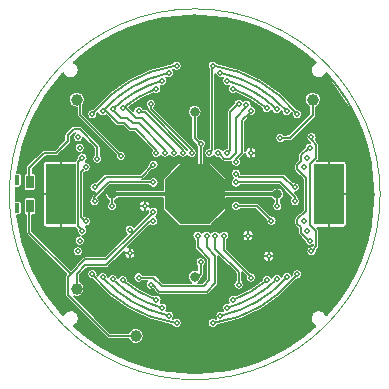
<source format=gbr>
G04 GENERATED BY PULSONIX 8.5 GERBER.DLL 5900*
G04 #@! TF.Part,Single*
%FSLAX35Y35*%
%LPD*%
%MOIN*%
G04 #@! TF.FileFunction,Copper,L2,Bot*
G04 #@! TA.AperFunction,Profile*
%ADD10C,0.00001*%
G04 #@! TA.AperFunction,OtherCopper*
%ADD11C,0.00600*%
G04 #@! TA.AperFunction,ViaPad*
%ADD13C,0.02000X0.01000*%
G04 #@! TA.AperFunction,Conductor*
%ADD17C,0.00500*%
%ADD18C,0.00787*%
%ADD70C,0.01181*%
G04 #@! TA.AperFunction,WasherPad*
%ADD122C,0.00001*%
G04 #@! TA.AperFunction,OtherCopper*
%ADD191C,0.00500*%
G04 #@! TA.AperFunction,SMDPad*
%ADD230R,0.02559X0.04488*%
%ADD231R,0.01575X0.03346*%
%ADD232C,0.03937*%
%ADD233R,0.09843X0.20079*%
%AMT234*0 Chamfered Rectangle pad*4,1,8,0.04921,0.09843,-0.04921,0.09843,-0.09843,0.04921,-0.09843,-0.04921,-0.04921,-0.09843,0.04921,-0.09843,0.09843,-0.04921,0.09843,0.04921,0.04921,0.09843,0*%
%ADD234T234*%
%ADD235C,0.03150*%
G04 #@! TA.AperFunction,ComponentPad*
%ADD330C,0.02000X0.01000*%
X0Y0D02*
D02*
D10*
X61811Y123622D02*
G75*
G03Y0J-61811D01*
G01*
G75*
G03Y123622J61811*
G01*
D02*
D11*
X12505Y61811D02*
X11167D01*
X17126Y52072D02*
Y50734D01*
Y71550D02*
Y72888D01*
X39204Y42126D02*
X38120D01*
X40157Y41172D02*
Y40089D01*
Y43080D02*
Y44163D01*
X41111Y42126D02*
X42195D01*
X44125Y57874D02*
X43041D01*
X45079Y56920D02*
Y55837D01*
Y58828D02*
Y59911D01*
X46033Y57874D02*
X47116D01*
X78574Y48032D02*
X77491D01*
X79528Y47078D02*
Y45995D01*
Y48986D02*
Y50069D01*
X80482Y48032D02*
X81566D01*
X80512Y74637D02*
Y73553D01*
Y76544D02*
Y77628D01*
X81466Y75591D02*
X82549D01*
X85463Y41142D02*
X84380D01*
X86417Y40188D02*
Y39104D01*
Y42096D02*
Y43179D01*
X87371Y41142D02*
X88455D01*
X106496Y52072D02*
Y50734D01*
Y71550D02*
Y72888D01*
X111117Y61811D02*
X112455D01*
D02*
D13*
X22887Y42826D03*
Y80796D03*
X23483Y46325D03*
Y77297D03*
X24368Y49645D03*
Y73977D03*
X25520Y52763D03*
Y70859D03*
X27685Y35149D03*
Y88474D03*
X28428Y59477D03*
Y64145D03*
X29331Y73622D03*
X31090Y34150D03*
Y89472D03*
X34252Y57874D03*
X34462Y33491D03*
Y90131D03*
X37205Y74606D03*
X37770Y33160D03*
Y90462D03*
X40157Y42126D03*
Y50000D03*
X43098Y34068D03*
Y89554D03*
X45079Y57874D03*
X47141Y31733D03*
Y91889D03*
X48031Y52953D03*
Y55906D03*
Y65748D03*
Y71654D03*
X49016Y75591D03*
X49019Y26665D03*
Y96957D03*
X50959Y23966D03*
Y99656D03*
X51969Y75591D03*
X53216Y21376D03*
Y102246D03*
X54921Y75591D03*
X55784Y18925D03*
Y104697D03*
X57874Y75591D03*
X60827D03*
X62795Y48031D03*
X63780Y39173D03*
Y78543D03*
X65748Y48031D03*
X66732Y75591D03*
X67838Y18925D03*
Y104697D03*
X68701Y48031D03*
X69685Y75591D03*
X70406Y21376D03*
Y102246D03*
X71654Y48031D03*
X72638Y75591D03*
X72663Y23966D03*
Y99656D03*
X74603Y26665D03*
Y96957D03*
X75591Y57874D03*
Y65748D03*
Y68701D03*
Y72638D03*
X76481Y31733D03*
Y91889D03*
X79035Y91645D03*
X79528Y48032D03*
X80512Y75591D03*
X80524Y34068D03*
Y89554D03*
X85852Y33160D03*
Y90462D03*
X86417Y41142D03*
X87402Y53030D03*
X89160Y33491D03*
Y90131D03*
X89370Y57874D03*
X90354Y80512D03*
X92532Y34150D03*
Y89472D03*
X95194Y59477D03*
Y64145D03*
X95937Y35149D03*
Y88474D03*
X98102Y52763D03*
Y70859D03*
X99254Y49645D03*
Y73977D03*
X100139Y46325D03*
Y77297D03*
X100735Y42826D03*
Y80796D03*
D02*
D17*
X20472Y35236D02*
X19488Y34252D01*
Y28346*
X33268Y14567*
X42125*
X20472Y35236D02*
X6693Y49016D01*
Y56890*
X6870Y57756*
X22440Y30315D02*
X22441Y30316D01*
X22442*
X22441Y30315*
Y35236*
X25394Y38189*
X32283*
X47047Y52953*
X47281*
X23838Y50175D02*
X22835Y51178D01*
X22876Y72483*
X23839Y73445*
X25023Y70298D02*
X24016Y69291D01*
Y54267*
X24990Y53293*
X28151Y89061D02*
G75*
G02X55042Y104586I33148J-26364D01*
G01*
X31597Y90025D02*
G75*
G02X52484Y102084I29590J-27133D01*
G01*
X31840Y89472D02*
X32182D01*
X36220Y85433*
X38189*
X40157Y83465*
X42126*
X49016Y76575*
Y76341*
X34999Y89607D02*
X37205Y87402D01*
X39173*
X41142Y85433*
X43110*
X51969Y76575*
Y76341*
X35007Y90647D02*
G75*
G02X50240Y99442I25998J-27439D01*
G01*
X36674Y75137D02*
X23622Y88189D01*
Y92126*
X22441Y93307*
X22440*
X38349Y32683D02*
G75*
G03X48317Y26929I22315J27146D01*
G01*
X38349Y90939D02*
G75*
G02X48317Y96693I22315J-27146D01*
G01*
X41142Y49016D02*
X32283Y40157D01*
X25394*
X20472Y35236*
X41142Y49016D02*
X40688Y49470D01*
X41142Y49016D02*
X47501Y55375D01*
X43848Y34068D02*
X48031D01*
X50800Y31299*
X64764*
X66732Y33268*
Y40157*
X62795Y44094*
Y47281*
X47141Y91139D02*
Y90260D01*
X60827Y76575*
Y76341*
X47281Y65748D02*
X33268D01*
X28346Y60827*
Y60222*
X47501Y71123D02*
X44094Y67717D01*
X32283*
X29081Y64514*
X47848Y31483D02*
X50000Y29331D01*
X65748*
X68701Y32283*
Y41142*
X65748Y44094*
Y47281*
X50240Y24180D02*
G75*
G02X35007Y32975I10765J36234D01*
G01*
X52484Y21538D02*
G75*
G02X31597Y33597I8703J39192D01*
G01*
X54921Y76341D02*
Y76575D01*
X44094Y87402*
X42126*
X39065Y90462*
X38520*
X55042Y19036D02*
G75*
G02X28151Y34562I6258J41890D01*
G01*
X57874Y76341D02*
Y76575D01*
X45079Y89370*
X43825*
X67717Y103957D02*
Y76575D01*
X67263Y76121*
X68580Y104586D02*
G75*
G02X95471Y89061I-6257J-41889D01*
G01*
X68701Y47281D02*
Y43701D01*
X76575Y35827*
Y32477*
X71138Y102084D02*
G75*
G02X92025Y90025I-8703J-39192D01*
G01*
X71654Y47281D02*
Y43110D01*
X80087Y34677*
X75305Y26929D02*
G75*
G03X85273Y32683I-12347J32900D01*
G01*
X75809Y91557D02*
X73622Y89370D01*
Y76575*
X73168Y76121*
X76341Y65748D02*
X90354D01*
X95194Y60908*
Y60227*
X79035Y90895D02*
Y90846D01*
X75591Y87402*
Y75591*
X74606Y74606*
X74609Y74604*
X73717Y73712*
X71595*
X70231Y75076*
X80087Y88945D02*
X77559Y86417D01*
Y75591*
X75591Y73622*
Y73388*
X85273Y90939D02*
G75*
G03X75305Y96693I-22315J-27146D01*
G01*
X86834Y53520D02*
X82480Y57874D01*
X76341*
X88615Y32975D02*
G75*
G02X73382Y24180I-25998J27439D01*
G01*
X88615Y90647D02*
G75*
G03X73382Y99442I-25998J-27439D01*
G01*
X92025Y33597D02*
G75*
G02X71138Y21538I-29590J27133D01*
G01*
X94541Y64514D02*
X91339Y67717D01*
X76575*
X76121Y68170*
X95471Y34562D02*
G75*
G02X68580Y19036I-33149J26364D01*
G01*
X99448Y77007D02*
X97244Y74803D01*
Y72835*
X96063Y71654*
Y70079*
X98819Y67323*
Y56299*
X96063Y53543*
Y51969*
X97244Y50787*
Y48819*
X99448Y46615*
X101248Y43374D02*
X102362Y44488D01*
Y49606*
X100394Y51575*
Y72047*
X102362Y74016*
Y78346*
X100787Y79921*
X100780Y80047*
D02*
D18*
X29331Y74516D02*
Y77559D01*
X23425Y83465*
X21457*
X19488Y81496*
Y79528*
X15551Y75591*
X11614*
X6693Y70669*
Y66043*
X6870Y65866*
X34252Y58768D02*
Y61811D01*
X61811Y34252D02*
X62795D01*
X63780Y35236*
Y38280*
X61811Y61811D02*
X63780Y63780D01*
Y77650*
X63148Y79175D02*
X61811Y80512D01*
Y89370*
X89370Y61811D02*
Y58768D01*
X101180Y93307D02*
Y88188D01*
X93701Y80709*
X91246Y80564*
D02*
D70*
X61811Y61811D02*
X34252D01*
X61811D02*
X89370D01*
D02*
D122*
X20472Y20472D03*
Y103150D03*
X103150Y20472D03*
Y103150D03*
D02*
D191*
X105722Y21445D02*
G75*
G03Y102177I-43911J40366D01*
G01*
G75*
G02X100400Y103150I-2572J973*
G01*
G75*
G02X102177Y105722I2749*
G01*
G75*
G03X21445I-40366J-43911*
G01*
G75*
G02X23222Y103150I-972J-2572*
G01*
G75*
G02X17900Y102177I-2750*
G01*
G75*
G03X2583Y68860I43911J-40367*
G01*
X3346*
G75*
G02X4096Y68110J-750*
G01*
Y64764*
G75*
G02X3346Y64014I-750*
G01*
X2206*
G75*
G03Y59608I59612J-2203*
G01*
X3346*
G75*
G02X4096Y58858J-750*
G01*
Y55512*
G75*
G02X3346Y54762I-750*
G01*
X2583*
G75*
G03X17900Y21445I59228J7050*
G01*
G75*
G02X23222Y20472I2572J-973*
G01*
G75*
G02X21445Y17900I-2749*
G01*
G75*
G03X102177I40366J43911*
G01*
G75*
G02X100400Y20472I972J2572*
G01*
G75*
G02X105722Y21445I2750*
G01*
X95832Y90220D02*
G75*
G02X97687Y88474I106J-1746D01*
G01*
G75*
G02X94187I-1750*
G01*
G75*
G02X94252Y88943I1748J-3*
G01*
G75*
G03X94214Y88989I-32776J-27037*
G01*
G75*
G02X90782Y89472I-1682J483*
G01*
G75*
G02Y89474I1644J1*
G01*
G75*
G02X87451Y89752I-1622J658*
G01*
G75*
G02X84105Y90567I-1599J711*
G01*
G75*
G03X75567Y95496I-22291J-28753*
G01*
G75*
G02X73188Y97987I-964J1461*
G01*
G75*
G02X71283Y100732I-525J1669*
G01*
G75*
G02X68717Y101789I-877J1514*
G01*
Y77048*
G75*
G02X71161Y76530I968J-1457*
G01*
G75*
G02X72622Y77340I1476J-940*
G01*
Y89363*
G75*
G02X72622Y89368I311J3*
G01*
G75*
G02Y89370I370J1*
G01*
G75*
G02X72915Y90077I1000*
G01*
X74731Y91893*
G75*
G02X77871Y92951I1750J-4*
G01*
G75*
G02X80749Y91290I1164J-1307*
G01*
G75*
G02X80367Y87811I-225J-1736*
G01*
X78559Y86003*
Y76172*
G75*
G02X82549Y75591I1953J-581*
G01*
Y75590*
G75*
G02X78502Y75257I-2037*
G01*
G75*
G02X78261Y74878I-943J333*
G01*
X77024Y73641*
G75*
G02X77341Y72638I-1432J-1004*
G01*
G75*
G02X73841I-1750*
G01*
G75*
G02X73842Y72720I1747J20*
G01*
G75*
G02X73709Y72712I-126J990*
G01*
X71595*
G75*
G02X70882Y73010I-1J1001*
G01*
X70020Y73873*
G75*
G02X68209Y74651I-335J1718*
G01*
G75*
G02X64982Y75591I-1477J940*
G01*
G75*
G02X66717Y77340I1750J-1*
G01*
Y103353*
G75*
G02X66088Y104697I1122J1344*
G01*
G75*
G02X69404Y105479I1750*
G01*
G75*
G02X95832Y90220I-7594J-43667*
G01*
X98461Y93307D02*
G75*
G02X103898I2719D01*
G01*
G75*
G02X102324Y90841I-2718J-1*
G01*
Y88188*
G75*
G02X101983Y87374I-1144J1*
G01*
X94515Y79906*
G75*
G02X93768Y79567I-815J802*
G01*
X91744Y79448*
G75*
G02X88604Y80512I-1390J1064*
G01*
G75*
G02X91609Y81731I1750*
G01*
X93200Y81825*
X100036Y88661*
Y90841*
G75*
G02X98461Y93307I1143J2466*
G01*
X111417Y72888D02*
G75*
G02X112455Y71850J-1038D01*
G01*
Y51772*
G75*
G02X111417Y50734I-1038*
G01*
X102648*
X103064Y50319*
G75*
G02X103362Y49606I-702J-712*
G01*
Y44496*
G75*
G02X103362Y44490I-373J-3*
G01*
G75*
G02Y44488I-370J-1*
G01*
G75*
G02X103069Y43781I-1000*
G01*
X102452Y43164*
G75*
G02X102485Y42826I-1719J-338*
G01*
G75*
G02X98985I-1750*
G01*
G75*
G02X101014Y44554I1750*
G01*
X101362Y44902*
Y45073*
G75*
G02X98391Y46258I-1222J1252*
G01*
X96537Y48112*
G75*
G02X96244Y48819I707J707*
G01*
G75*
G02Y48821I370J1*
G01*
G75*
G02X96244Y48826I311J3*
G01*
Y50373*
X95356Y51261*
G75*
G02X95063Y51969I708J708*
G01*
G75*
G02Y51970I185J1*
G01*
G75*
G02X95063Y51976I373J3*
G01*
Y53536*
G75*
G02X95063Y53541I311J3*
G01*
G75*
G02Y53543I370J1*
G01*
G75*
G02X95356Y54250I1000*
G01*
X97819Y56713*
Y66909*
X95356Y69372*
G75*
G02X95063Y70079I707J707*
G01*
G75*
G02Y70081I370J1*
G01*
G75*
G02X95063Y70086I311J3*
G01*
Y71646*
G75*
G02X95063Y71652I373J3*
G01*
G75*
G02Y71654I370J1*
G01*
G75*
G02X95356Y72361I1000*
G01*
X96244Y73249*
Y74796*
G75*
G02X96244Y74801I311J3*
G01*
G75*
G02Y74803I370J1*
G01*
G75*
G02X96537Y75510I1000*
G01*
X98391Y77364*
G75*
G02X100251Y79043I1748J-67*
G01*
X100147Y79147*
G75*
G02X98985Y80796I589J1649*
G01*
G75*
G02X102485I1750*
G01*
G75*
G02X102233Y79890I-1751J-1*
G01*
X103064Y79059*
G75*
G02X103362Y78347I-701J-712*
G01*
Y74016*
G75*
G02X103064Y73303I-1001J-1*
G01*
X102648Y72888*
X111417*
X94658Y65811D02*
G75*
G02X96944Y64145I536J-1666D01*
G01*
G75*
G02X95120Y62397I-1750*
G01*
X95896Y61621*
G75*
G02X96194Y60913I-702J-712*
G01*
G75*
G02X96944Y59477I-1000J-1436*
G01*
G75*
G02X93444I-1750*
G01*
G75*
G02X93965Y60723I1750*
G01*
X89940Y64748*
X77027*
G75*
G02X73841Y65748I-1436J1000*
G01*
G75*
G02X74651Y67224I1749*
G01*
G75*
G02X73841Y68701I940J1476*
G01*
G75*
G02X77340Y68717I1750*
G01*
X91331*
G75*
G02X92046Y68424I8J-1001*
G01*
X94658Y65811*
X94187Y35149D02*
G75*
G02X97687I1750D01*
G01*
G75*
G02X95832Y33402I-1750*
G01*
G75*
G02X69404Y18143I-34022J28408*
G01*
G75*
G02X66088Y18925I-1566J782*
G01*
G75*
G02X69088Y20150I1750*
G01*
G75*
G03X69146Y20161I-7803J41302*
G01*
G75*
G02X71283Y22890I1260J1215*
G01*
G75*
G02X73188Y25635I1380J1076*
G01*
G75*
G02X75567Y28126I1415J1030*
G01*
G75*
G03X84105Y33055I-13753J33682*
G01*
G75*
G02X87451Y33870I1747J104*
G01*
G75*
G02X90782Y34148I1709J-380*
G01*
G75*
G02Y34150I1644J1*
G01*
G75*
G02X94214Y34633I1750*
G01*
G75*
G03X94252Y34679I-32738J27083*
G01*
G75*
G02X94187Y35149I1686J473*
G01*
X61658Y77130D02*
G75*
G02X62577Y75591I-831J-1540D01*
G01*
G75*
G02X59350Y74651I-1750*
G01*
G75*
G02X56398I-1476J939*
G01*
G75*
G02X53445I-1476J940*
G01*
G75*
G02X50492I-1476J940*
G01*
G75*
G02X47266Y75591I-1476J940*
G01*
G75*
G02X47582Y76594I1749*
G01*
X41712Y82465*
X40157*
G75*
G02X39445Y82763J1000*
G01*
X37775Y84433*
X36228*
G75*
G02X35513Y84726I-8J1001*
G01*
X32156Y88084*
G75*
G02X29408Y88989I-1066J1388*
G01*
G75*
G03X29370Y88943I32738J-27083*
G01*
G75*
G02X29435Y88474I-1683J-472*
G01*
G75*
G02X25935I-1750*
G01*
G75*
G02X27790Y90220I1749*
G01*
G75*
G02X54218Y105479I34022J-28408*
G01*
G75*
G02X57534Y104697I1566J-782*
G01*
G75*
G02X54534Y103472I-1750*
G01*
G75*
G03X54476Y103461I7803J-41302*
G01*
G75*
G02X52339Y100732I-1260J-1215*
G01*
G75*
G02X50434Y97987I-1380J-1076*
G01*
G75*
G02X48055Y95496I-1415J-1030*
G01*
G75*
G03X40004Y90938I13754J-33683*
G01*
X41348Y89593*
G75*
G02X44646Y90370I1750J-39*
G01*
X45071*
G75*
G02X45786Y90077I8J-1001*
G01*
X58581Y77282*
G75*
G02X58706Y77130I-709J-711*
G01*
G75*
G02X59350Y76530I-831J-1538*
G01*
G75*
G02X59393Y76594I1476J-945*
G01*
X46434Y89553*
G75*
G02X46141Y90260I707J707*
G01*
G75*
G02Y90262I370J1*
G01*
G75*
G02X46141Y90268I373J3*
G01*
Y90453*
G75*
G02X45391Y91889I1000J1436*
G01*
G75*
G02X48891I1750*
G01*
G75*
G02X48267Y90549I-1750*
G01*
X61534Y77282*
G75*
G02X61658Y77130I-710J-706*
G01*
X46281Y71654D02*
G75*
G02X49781I1750D01*
G01*
G75*
G02X47723Y69931I-1750*
G01*
X44802Y67009*
G75*
G02X44344Y66748I-706J707*
G01*
X46595*
G75*
G02X49781Y65748I1436J-1000*
G01*
G75*
G02X46595Y64748I-1750*
G01*
X33682*
X29657Y60723*
G75*
G02X30178Y59477I-1229J-1246*
G01*
G75*
G02X26678I-1750*
G01*
G75*
G02X27347Y60853I1750*
G01*
G75*
G02X27645Y61539I999J-26*
G01*
X28502Y62397*
G75*
G02X26678Y64145I-74J1748*
G01*
G75*
G02X28964Y65811I1750*
G01*
X31576Y68424*
G75*
G02X32291Y68717I707J-708*
G01*
X43680*
X46309Y71345*
G75*
G02X46281Y71654I1726J312*
G01*
X87471Y63152D02*
G75*
G02X91695Y61811I1899J-1341D01*
G01*
G75*
G02X90514Y59787I-2325*
G01*
Y59199*
G75*
G02X91120Y57874I-1144J-1324*
G01*
G75*
G02X87620I-1750*
G01*
G75*
G02X88226Y59199I1750J1*
G01*
Y59787*
G75*
G02X87471Y60470I1143J2022*
G01*
X72404*
Y56890*
G75*
G02X72180Y56355I-751*
G01*
X67267Y51442*
G75*
G02X66732Y51219I-534J527*
G01*
X56890*
G75*
G02X56355Y51442I-1J750*
G01*
X51442Y56355*
G75*
G02X51219Y56890I527J534*
G01*
Y60470*
X36151*
G75*
G02X35396Y59787I-1898J1339*
G01*
Y59199*
G75*
G02X36002Y57874I-1144J-1324*
G01*
G75*
G02X32502I-1750*
G01*
G75*
G02X33108Y59199I1750J1*
G01*
Y59787*
G75*
G02X31927Y61811I1144J2024*
G01*
G75*
G02X36151Y63152I2325*
G01*
X51219*
Y66732*
G75*
G02X51442Y67267I750J1*
G01*
X56355Y72180*
G75*
G02X56890Y72404I535J-527*
G01*
X62636*
Y77219*
G75*
G02X62034Y78671I1143J1325*
G01*
X61008Y79698*
G75*
G02X60667Y80512I803J815*
G01*
Y87346*
G75*
G02X59486Y89370I1144J2024*
G01*
G75*
G02X64136I2325*
G01*
G75*
G02X62955Y87346I-2325*
G01*
Y80986*
X63652Y80289*
G75*
G02X64923Y77219I128J-1745*
G01*
Y72404*
X66732*
G75*
G02X67267Y72180J-751*
G01*
X72180Y67267*
G75*
G02X72404Y66732I-527J-535*
G01*
Y63152*
X87471*
X87028Y54740D02*
G75*
G02X89152Y53030I373J-1710D01*
G01*
G75*
G02X85652I-1750*
G01*
G75*
G02X85668Y53272I1753J6*
G01*
X82066Y56874*
X77027*
G75*
G02X73841Y57874I-1436J1000*
G01*
G75*
G02X77027Y58874I1750*
G01*
X82480*
G75*
G02X83193Y58576I1J-1001*
G01*
X87028Y54740*
X84380Y41142D02*
G75*
G02X88455Y41142I2038D01*
G01*
Y41142*
G75*
G02X84380Y41142I-2037*
G01*
Y41142*
X77491Y48032D02*
G75*
G02X81566Y48032I2038D01*
G01*
Y48032*
G75*
G02X77491Y48032I-2037*
G01*
Y48032*
X80388Y35812D02*
G75*
G02X82274Y34068I136J-1744D01*
G01*
G75*
G02X78774I-1750*
G01*
G75*
G02X78828Y34499I1748*
G01*
X77575Y35753*
Y33099*
G75*
G02X78231Y31733I-1094J-1366*
G01*
G75*
G02X74731I-1750*
G01*
G75*
G02X75575Y33230I1750*
G01*
Y35413*
X69688Y41299*
G75*
G02X69701Y41142I-985J-161*
G01*
G75*
G02Y41140I-370J-1*
G01*
G75*
G02X69701Y41134I-373J-3*
G01*
Y32291*
G75*
G02X69701Y32285I-373J-3*
G01*
G75*
G02Y32283I-370J-1*
G01*
G75*
G02X69408Y31576I-1000*
G01*
X66455Y28624*
G75*
G02X65741Y28331I-707J706*
G01*
X50000*
G75*
G02X49288Y28629J1000*
G01*
X47803Y30113*
G75*
G02X46009Y33068I-662J1620*
G01*
X44534*
G75*
G02X41348Y34068I-1436J1000*
G01*
G75*
G02X44534Y35068I1750*
G01*
X48031*
G75*
G02X48744Y34769I-1J-1001*
G01*
X51214Y32299*
X60549*
G75*
G02X62636Y36426I1262J1953*
G01*
Y37849*
G75*
G02X62030Y39173I1143J1324*
G01*
G75*
G02X65530I1750*
G01*
G75*
G02X64923Y37849I-1750J1*
G01*
Y35245*
G75*
G02X64923Y35238I-495J-3*
G01*
G75*
G02Y35236I-424J-1*
G01*
G75*
G02X64588Y34427I-1144*
G01*
X64117Y33956*
G75*
G02X63073Y32299I-2306J295*
G01*
X64350*
X65732Y33682*
Y39743*
X62088Y43387*
G75*
G02X61795Y44094I707J707*
G01*
G75*
G02Y44096I370J1*
G01*
G75*
G02X61795Y44102I373J3*
G01*
Y46595*
G75*
G02X61045Y48031I1000J1436*
G01*
G75*
G02X64272Y48971I1750*
G01*
G75*
G02X67224Y48971I1476J-939*
G01*
G75*
G02X70177I1477J-940*
G01*
G75*
G02X73404Y48031I1477J-940*
G01*
G75*
G02X72669Y46606I-1750J1*
G01*
Y43531*
X80388Y35812*
X47049Y57353D02*
G75*
G02X49781Y55906I983J-1447D01*
G01*
G75*
G02X48971Y54429I-1750J-1*
G01*
G75*
G02X49781Y52953I-939J-1476*
G01*
G75*
G02X47028Y51519I-1750*
G01*
X39592Y44083*
G75*
G02X42195Y42126I566J-1957*
G01*
Y42126*
G75*
G02X38120Y42126I-2037*
G01*
Y42126*
G75*
G02X38200Y42691I2037*
G01*
X32991Y37482*
G75*
G02X32276Y37189I-707J708*
G01*
X25808*
X23441Y34822*
Y32842*
G75*
G02X21476Y27773I-1001J-2527*
G01*
X33682Y15567*
X39597*
G75*
G02X44843Y14567I2528J-1000*
G01*
G75*
G02X39597Y13567I-2718*
G01*
X33275*
G75*
G02X32561Y13860I-7J999*
G01*
X18781Y27639*
G75*
G02X18488Y28346I707J707*
G01*
G75*
G02Y28348I370J1*
G01*
G75*
G02X18488Y28354I373J3*
G01*
Y34245*
G75*
G02X18488Y34250I311J3*
G01*
G75*
G02Y34252I370J1*
G01*
G75*
G02X18781Y34959I1000*
G01*
X19058Y35236*
X5986Y48309*
G75*
G02X5693Y49016I707J707*
G01*
G75*
G02Y49018I370J1*
G01*
G75*
G02X5693Y49023I311J3*
G01*
Y54762*
X5591*
G75*
G02X4841Y55512J750*
G01*
Y60000*
G75*
G02X5591Y60750I750*
G01*
X8150*
G75*
G02X8900Y60000J-750*
G01*
Y55512*
G75*
G02X8150Y54762I-750*
G01*
X7693*
Y49430*
X20472Y36650*
X24681Y40859*
G75*
G02X25394Y41157I712J-702*
G01*
X31869*
X39229Y48517*
G75*
G02X38407Y50000I928J1484*
G01*
G75*
G02X41641Y50929I1750*
G01*
X46309Y55597*
G75*
G02X46317Y56256I1723J309*
G01*
G75*
G02X43041Y57874I-1238J1618*
G01*
Y57874*
G75*
G02X47116Y57874I2038*
G01*
Y57874*
G75*
G02X47049Y57353I-2039J-3*
G01*
X54534Y20150D02*
G75*
G02X57534Y18925I1250J-1225D01*
G01*
G75*
G02X54218Y18143I-1750*
G01*
G75*
G02X27790Y33402I7594J43667*
G01*
G75*
G02X25935Y35149I-105J1747*
G01*
G75*
G02X29435I1750*
G01*
G75*
G02X29370Y34679I-1751J3*
G01*
G75*
G03X29408Y34633I32776J27037*
G01*
G75*
G02X32840Y34150I1682J-483*
G01*
G75*
G02Y34148I-1644J-1*
G01*
G75*
G02X36171Y33870I1622J-658*
G01*
G75*
G02X39517Y33055I1599J-711*
G01*
G75*
G03X48055Y28126I22291J28753*
G01*
G75*
G02X50434Y25635I964J-1461*
G01*
G75*
G02X52339Y22890I525J-1669*
G01*
G75*
G02X54476Y20161I877J-1514*
G01*
G75*
G03X54534Y20150I7861J41291*
G01*
X30474Y74947D02*
G75*
G02X31081Y73622I-1144J-1326D01*
G01*
G75*
G02X27581I-1750*
G01*
G75*
G02X28187Y74947I1750J1*
G01*
Y77085*
X24630Y80642*
G75*
G02X21137Y80796I-1743J154*
G01*
G75*
G02X22029Y82321I1750*
G01*
X21930*
X20632Y81022*
Y79536*
G75*
G02X20632Y79530I-424J-3*
G01*
G75*
G02Y79528I-424J-1*
G01*
G75*
G02X20297Y78719I-1144*
G01*
X16360Y74782*
G75*
G02X15543Y74447I-809J809*
G01*
X12088*
X7837Y70196*
Y68860*
X8150*
G75*
G02X8900Y68110J-750*
G01*
Y63622*
G75*
G02X8150Y62872I-750*
G01*
X5591*
G75*
G02X4841Y63622J750*
G01*
Y68110*
G75*
G02X5549Y68859I750*
G01*
Y70669*
G75*
G02X5890Y71483I1144J-1*
G01*
X10800Y76394*
G75*
G02X11614Y76734I814J-803*
G01*
X15077*
X18344Y80001*
Y81496*
G75*
G02X18685Y82310I1144J-1*
G01*
X20643Y84268*
G75*
G02X21457Y84608I814J-803*
G01*
X23425*
G75*
G02X24239Y84268J-1143*
G01*
X30134Y78373*
G75*
G02X30474Y77559I-803J-814*
G01*
Y74947*
X25458Y72608D02*
G75*
G02X27270Y70859I62J-1749D01*
G01*
G75*
G02X25286Y69125I-1750*
G01*
X25031Y68871*
Y54688*
X25231Y54489*
G75*
G02X27270Y52763I289J-1726*
G01*
G75*
G02X25458Y51014I-1750*
G01*
G75*
G02X24248Y47899I-1090J-1369*
G01*
G75*
G02X25233Y46325I-765J-1574*
G01*
G75*
G02X21733I-1750*
G01*
G75*
G02X23603Y48071I1750*
G01*
G75*
G02X22645Y49953I765J1574*
G01*
X22133Y50466*
G75*
G02X21939Y50734I700J711*
G01*
X12205*
G75*
G02X11167Y51772J1038*
G01*
Y71850*
G75*
G02X12205Y72888I1038*
G01*
X21962*
G75*
G02X22175Y73195I913J-406*
G01*
X22646Y73666*
G75*
G02X23603Y75551I1722J311*
G01*
G75*
G02X21733Y77297I-120J1746*
G01*
G75*
G02X25233I1750*
G01*
G75*
G02X24248Y75723I-1750*
G01*
G75*
G02X25458Y72608I120J-1746*
G01*
X21137Y42826D02*
G75*
G02X24637I1750D01*
G01*
G75*
G02X21137I-1750*
G01*
X36915Y76332D02*
G75*
G02X38955Y74606I290J-1726D01*
G01*
G75*
G02X35455I-1750*
G01*
G75*
G02X35479Y74896I1753J1*
G01*
X22908Y87466*
G75*
G02X22606Y88189I714J723*
G01*
Y90594*
G75*
G02X19721Y93307I-167J2713*
G01*
G75*
G02X25158I2719*
G01*
G75*
G02X24638Y91708I-2718*
G01*
Y88610*
X36915Y76332*
X110271Y27037D02*
G36*
X89293D01*
G75*
G02X69404Y18143I-27483J34772*
G01*
G75*
G02X66088Y18925I-1566J782*
G01*
G75*
G02X69088Y20150I1750*
G01*
G75*
G03X69146Y20161I-4184J22218*
G01*
G75*
G02X68656Y21376I1260J1214*
G01*
G75*
G02X71283Y22890I1750*
G01*
G75*
G02X70913Y23966I1381J1076*
G01*
G75*
G02X73188Y25635I1750*
G01*
G75*
G02X72853Y26665I1416J1030*
G01*
G75*
G02X72893Y27037I1751*
G01*
X50729*
G75*
G02X50769Y26665I-1710J-372*
G01*
G75*
G02X50434Y25635I-1751*
G01*
G75*
G02X52709Y23966I525J-1669*
G01*
G75*
G02X52339Y22890I-1751*
G01*
G75*
G02X54966Y21376I877J-1514*
G01*
G75*
G02X54476Y20161I-1750J-1*
G01*
G75*
G03X54534Y20150I4242J22207*
G01*
G75*
G02X57534Y18925I1250J-1225*
G01*
G75*
G02X54218Y18143I-1750*
G01*
G75*
G02X34329Y27037I7594J43666*
G01*
X22212*
X33682Y15567*
X39597*
G75*
G02X44843Y14567I2528J-1000*
G01*
G75*
G02X39597Y13567I-2718*
G01*
X33275*
G75*
G02X32561Y13860I-7J999*
G01*
X19383Y27037*
X13351*
G75*
G03X17900Y21445I48459J34774*
G01*
G75*
G02X23222Y20472I2572J-973*
G01*
G75*
G02X21445Y17900I-2749*
G01*
G75*
G03X102177I40366J43911*
G01*
G75*
G02X100400Y20472I972J2572*
G01*
G75*
G02X105722Y21445I2750*
G01*
G75*
G03X110271Y27037I-43910J40366*
G01*
G37*
X19383D02*
G36*
X18781Y27639D01*
G75*
G02X18488Y28346I707J707*
G01*
Y28348*
G75*
G02Y28350I280J1*
G01*
G75*
G02X18488Y28354I187J2*
G01*
Y34245*
G75*
G02X18488Y34249I187J2*
G01*
G75*
G02Y34250I140J1*
G01*
Y34252*
G75*
G02X18781Y34959I1000*
G01*
X19058Y35236*
X13153Y41142*
X5861*
G75*
G03X13351Y27037I55951J20670*
G01*
X19383*
G37*
X25217Y41142D02*
G36*
X23360D01*
G75*
G02X22413I-473J1685*
G01*
X15981*
X20472Y36650*
X24681Y40859*
G75*
G02X25217Y41142I713J-702*
G01*
G37*
X117761D02*
G36*
X101209D01*
G75*
G02X100262I-473J1685*
G01*
X88455*
Y41142*
G75*
G02X84380Y41142I-2037*
G01*
X75059*
X80388Y35812*
G75*
G02X82274Y34068I136J-1744*
G01*
G75*
G02X78774I-1750*
G01*
G75*
G02X78828Y34499I1748*
G01*
X77575Y35753*
Y33099*
G75*
G02X78231Y31733I-1094J-1366*
G01*
G75*
G02X74731I-1750*
G01*
G75*
G02X75575Y33230I1750*
G01*
Y35413*
X69846Y41142*
X69701*
Y41140*
G75*
G02Y41139I-140*
G01*
G75*
G02X69701Y41134I-233J-2*
G01*
Y32291*
G75*
G02X69701Y32287I-187J-2*
G01*
G75*
G02Y32285I-280J-1*
G01*
Y32283*
G75*
G02X69408Y31576I-1000*
G01*
X66455Y28624*
G75*
G02X65741Y28331I-707J706*
G01*
X50000*
G75*
G02X49288Y28629J1000*
G01*
X47803Y30113*
G75*
G02X45391Y31733I-662J1620*
G01*
G75*
G02X46009Y33068I1751*
G01*
X44534*
G75*
G02X41348Y34068I-1436J1000*
G01*
G75*
G02X44534Y35068I1750*
G01*
X48031*
G75*
G02X48744Y34769I-1J-1001*
G01*
X51214Y32299*
X60549*
G75*
G02X59486Y34252I1262J1953*
G01*
G75*
G02X62636Y36426I2325*
G01*
Y37849*
G75*
G02X62030Y39173I1143J1324*
G01*
G75*
G02X65530Y39173I1750*
G01*
G75*
G02X64923Y37849I-1750J1*
G01*
Y35245*
G75*
G02X64923Y35240I-266J-2*
G01*
G75*
G02Y35238I-322J-1*
G01*
Y35236*
G75*
G02X64588Y34427I-1144*
G01*
X64117Y33956*
G75*
G02X63073Y32299I-2306J295*
G01*
X64350*
X65732Y33682*
Y39743*
X64334Y41142*
X41941*
G75*
G02X38374I-1783J984*
G01*
X36650*
X32991Y37482*
G75*
G02X32276Y37189I-707J708*
G01*
X25808*
X23441Y34822*
Y32842*
G75*
G02X25158Y30315I-1001J-2527*
G01*
G75*
G02X21476Y27773I-2718*
G01*
X22212Y27037*
X34329*
G75*
G02X27790Y33402I27483J34776*
G01*
G75*
G02X25935Y35149I-105J1747*
G01*
G75*
G02X29435I1750*
G01*
G75*
G02X29370Y34679I-1754J3*
G01*
X29408Y34633*
G75*
G02X32840Y34150I1682J-483*
G01*
Y34148*
G75*
G02X36171Y33870I1622J-658*
G01*
G75*
G02X39520Y33160I1599J-710*
G01*
G75*
G02X39517Y33055I-1760J-2*
G01*
G75*
G03X48055Y28126I22291J28753*
G01*
G75*
G02X50729Y27037I964J-1461*
G01*
X72893*
G75*
G02X75567Y28126I1710J-372*
G01*
G75*
G03X84105Y33055I-13753J33682*
G01*
G75*
G02X84102Y33160I1757J103*
G01*
G75*
G02X87451Y33870I1750*
G01*
G75*
G02X90782Y34148I1709J-380*
G01*
Y34150*
G75*
G02X94214Y34633I1750*
G01*
X94252Y34679*
G75*
G02X94187Y35148I1682J472*
G01*
G75*
G02Y35149I5340J1*
G01*
G75*
G02X97687I1750*
G01*
G75*
G02X95832Y33402I-1750*
G01*
G75*
G02X89293Y27037I-34022J28411*
G01*
X110271*
G75*
G03X117761Y41142I-48461J34775*
G01*
G37*
X13153D02*
G36*
X6262Y48032D01*
X3779*
G75*
G03X5861Y41142I58029J13776*
G01*
X13153*
G37*
X38744Y48032D02*
G36*
X25047D01*
G75*
G02X24248Y47899I-679J1613*
G01*
G75*
G02X25233Y46325I-765J-1574*
G01*
G75*
G02X21733Y46325I-1750*
G01*
G75*
G02X23096Y48032I1750*
G01*
X9091*
X15981Y41142*
X22413*
G75*
G02X21137Y42826I473J1684*
G01*
G75*
G02X24637I1750*
G01*
G75*
G02X23360Y41142I-1750J1*
G01*
X25217*
G75*
G02X25394Y41157I173J-985*
G01*
X31869*
X38744Y48032*
G37*
X38374Y41142D02*
G36*
G75*
G02X38120Y42126I1783J985D01*
G01*
Y42126*
G75*
G02X38200Y42691I2038*
G01*
X36650Y41142*
X38374*
G37*
X61045Y48032D02*
G36*
X43541D01*
X39592Y44083*
G75*
G02X42195Y42126I566J-1957*
G01*
Y42126*
G75*
G02X41941Y41142I-2037J1*
G01*
X64334*
X62088Y43387*
G75*
G02X61795Y44094I707J707*
G01*
Y44096*
G75*
G02Y44098I280J1*
G01*
G75*
G02X61795Y44102I187J2*
G01*
Y46595*
G75*
G02X61045Y48031I1000J1436*
G01*
G75*
G02Y48032I2964J1*
G01*
G37*
X69846Y41142D02*
G36*
X69688Y41299D01*
G75*
G02X69701Y41142I-985J-161*
G01*
X69846Y41142*
G37*
X96617Y48032D02*
G36*
X81566D01*
Y48032*
G75*
G02X77491Y48032I-2037*
G01*
X73404*
G75*
G02Y48031I-2964*
G01*
G75*
G02X72669Y46606I-1750J1*
G01*
Y43531*
X75059Y41142*
X84380*
Y41142*
G75*
G02X88455Y41142I2038*
G01*
X100262*
G75*
G02X98985Y42826I473J1685*
G01*
G75*
G02X101014Y44554I1750*
G01*
X101362Y44902*
Y45073*
G75*
G02X98391Y46258I-1222J1252*
G01*
X96617Y48032*
G37*
X119843D02*
G36*
X103362D01*
Y44496*
G75*
G02X103362Y44491I-233J-2*
G01*
G75*
G02Y44490I-140*
G01*
Y44488*
G75*
G02X103069Y43781I-1000*
G01*
X102452Y43164*
G75*
G02X102485Y42827I-1713J-338*
G01*
G75*
G02Y42826I-10087*
G01*
G75*
G02X101209Y41142I-1749*
G01*
X117761*
G75*
G03X119843Y48032I-55947J20666*
G01*
G37*
X6262D02*
G36*
X5986Y48309D01*
G75*
G02X5693Y49016I707J707*
G01*
Y49018*
G75*
G02Y49019I140J1*
G01*
G75*
G02X5693Y49023I187J2*
G01*
Y54762*
X5591*
G75*
G02X4843Y55452J750*
G01*
X4094*
G75*
G02X3346Y54762I-748J60*
G01*
X2583*
G75*
G03X3779Y48032I59231J7055*
G01*
X6262*
G37*
X23096D02*
G36*
G75*
G02X23603Y48071I386J-1708D01*
G01*
G75*
G02X22618Y49645I765J1574*
G01*
G75*
G02X22645Y49953I1747J2*
G01*
X22133Y50466*
G75*
G02X21939Y50734I700J711*
G01*
X12205*
G75*
G02X11167Y51772J1038*
G01*
Y55452*
X8897*
G75*
G02X8150Y54762I-747J60*
G01*
X7693*
Y49430*
X9091Y48032*
X23096*
G37*
X46164Y55452D02*
G36*
X25031D01*
Y54688*
X25231Y54489*
G75*
G02X27270Y52763I289J-1726*
G01*
G75*
G02X25458Y51014I-1750*
G01*
G75*
G02X26118Y49645I-1090J-1369*
G01*
G75*
G02X25047Y48032I-1750*
G01*
X38744*
X39229Y48517*
G75*
G02X38407Y50000I928J1484*
G01*
G75*
G02X41641Y50929I1750*
G01*
X46164Y55452*
G37*
X96558D02*
G36*
X86316D01*
X87028Y54740*
G75*
G02X89152Y53030I373J-1710*
G01*
G75*
G02X85652I-1750*
G01*
G75*
G02Y53031I3982J1*
G01*
G75*
G02X85668Y53272I1744J5*
G01*
X83488Y55452*
X71277*
X67267Y51442*
G75*
G02X66732Y51219I-534J527*
G01*
X56890*
G75*
G02X56355Y51442I-1J750*
G01*
X52345Y55452*
X49722*
G75*
G02X48971Y54429I-1690J454*
G01*
G75*
G02X49781Y52953I-940J-1476*
G01*
G75*
G02X47028Y51519I-1750*
G01*
X43541Y48032*
X61045*
G75*
G02X64272Y48971I1750J-1*
G01*
G75*
G02X67224Y48971I1476J-939*
G01*
G75*
G02X70177I1477J-940*
G01*
G75*
G02X73404Y48032I1477J-940*
G01*
X77491*
Y48032*
G75*
G02X81566Y48032I2038*
G01*
X96617*
X96537Y48112*
G75*
G02X96244Y48819I707J707*
G01*
Y48821*
G75*
G02Y48822I140J1*
G01*
G75*
G02X96244Y48826I187J2*
G01*
Y50373*
X95356Y51261*
G75*
G02X95063Y51969I708J708*
G01*
Y51970*
G75*
G02Y51972I280J1*
G01*
G75*
G02X95063Y51976I187J2*
G01*
Y53536*
G75*
G02X95063Y53540I187J2*
G01*
G75*
G02Y53541I140J1*
G01*
Y53543*
G75*
G02X95356Y54250I1000*
G01*
X96558Y55452*
G37*
X121117D02*
G36*
X112455D01*
Y51772*
G75*
G02X111417Y50734I-1038*
G01*
X102648*
X103064Y50319*
G75*
G02X103362Y49606I-702J-712*
G01*
Y48032*
X119843*
G75*
G03X121117Y55452I-58031J13783*
G01*
G37*
X11167Y61811D02*
G36*
X2165D01*
G75*
G03X2206Y59608I59681J9*
G01*
X3346*
G75*
G02X4096Y58858J-750*
G01*
Y55512*
G75*
G02X4094Y55452I-754J-5*
G01*
X4843*
G75*
G02X4841Y55512I752J55*
G01*
Y60000*
G75*
G02X5591Y60750I750*
G01*
X8150*
G75*
G02X8900Y60000J-750*
G01*
Y55512*
G75*
G02X8897Y55452I-755J8*
G01*
X11167*
Y61811*
G37*
X31927D02*
G36*
X30745D01*
X29657Y60723*
G75*
G02X30178Y59477I-1229J-1246*
G01*
G75*
G02X26678I-1750*
G01*
G75*
G02X27347Y60853I1750*
G01*
G75*
G02X27645Y61539I999J-26*
G01*
X27917Y61811*
X25031*
Y55452*
X46164*
X46309Y55597*
G75*
G02X46282Y55906I1727J307*
G01*
G75*
G02X46317Y56256I1748J2*
G01*
G75*
G02X43041Y57874I-1238J1618*
G01*
Y57874*
G75*
G02X47116Y57874I2038*
G01*
Y57874*
G75*
G02X47049Y57353I-2038J-3*
G01*
G75*
G02X49781Y55906I983J-1447*
G01*
G75*
G02X49722Y55452I-1752J-3*
G01*
X52345*
X51442Y56355*
G75*
G02X51219Y56890I527J534*
G01*
Y60470*
X36151*
G75*
G02X35396Y59787I-1897J1339*
G01*
Y59199*
G75*
G02X36002Y57874I-1144J-1324*
G01*
G75*
G02X32502Y57874I-1750*
G01*
G75*
G02X33108Y59199I1750*
G01*
Y59787*
G75*
G02X31927Y61811I1144J2024*
G01*
G37*
X97819D02*
G36*
X95706D01*
X95896Y61621*
G75*
G02X96194Y60913I-702J-712*
G01*
G75*
G02X96944Y59477I-1000J-1436*
G01*
G75*
G02X93444I-1750*
G01*
G75*
G02X93965Y60723I1750*
G01*
X92877Y61811*
X91695*
G75*
G02X90514Y59787I-2325*
G01*
Y59199*
G75*
G02X91120Y57874I-1144J-1324*
G01*
G75*
G02X87620Y57874I-1750*
G01*
G75*
G02X88226Y59199I1750*
G01*
Y59787*
G75*
G02X87471Y60470I1143J2023*
G01*
X72404*
Y56890*
G75*
G02X72180Y56355I-751*
G01*
X71277Y55452*
X83488*
X82066Y56874*
X77027*
G75*
G02X73841Y57874I-1436J1000*
G01*
G75*
G02X77027Y58874I1750*
G01*
X82480*
G75*
G02X83193Y58576I1J-1001*
G01*
X86316Y55452*
X96558*
X97819Y56713*
Y61811*
G37*
X112455D02*
G36*
Y55452D01*
X121117*
G75*
G03X121457Y61811I-59307J6360*
G01*
X112455*
G37*
X22634Y73740D02*
G36*
X11381D01*
X7837Y70196*
Y68860*
X8150*
G75*
G02X8900Y68110J-750*
G01*
Y63622*
G75*
G02X8150Y62872I-750*
G01*
X5591*
G75*
G02X4841Y63622J750*
G01*
Y68110*
G75*
G02X5549Y68859I750*
G01*
Y70669*
G75*
G02X5890Y71483I1144J-1*
G01*
X8146Y73740*
X3370*
G75*
G03X2583Y68860I58441J-11928*
G01*
X3346*
G75*
G02X4096Y68110J-750*
G01*
Y64764*
G75*
G02X3346Y64014I-750*
G01*
X2206*
G75*
G03X2165Y61811I59640J-2212*
G01*
X11167*
Y71850*
G75*
G02X12205Y72888I1038*
G01*
X21962*
G75*
G02X22175Y73195I914J-407*
G01*
X22646Y73666*
G75*
G02X22634Y73740I1722J317*
G01*
G37*
X31927Y61811D02*
G36*
G75*
G02X36151Y63152I2325D01*
G01*
X51219*
Y66732*
G75*
G02X51442Y67267I750J1*
G01*
X56355Y72180*
G75*
G02X56890Y72404I535J-527*
G01*
X62636*
Y73740*
X38725*
G75*
G02X35684I-1520J866*
G01*
X31077*
G75*
G02X31081Y73622I-1745J-118*
G01*
G75*
G02X27581Y73622I-1750*
G01*
G75*
G02X27585Y73740I1749*
G01*
X26102*
G75*
G02X25458Y72608I-1734J237*
G01*
G75*
G02X27270Y70859I62J-1749*
G01*
G75*
G02X25286Y69125I-1750*
G01*
X25031Y68871*
Y61811*
X27917*
X28502Y62397*
G75*
G02X26678Y64145I-74J1748*
G01*
G75*
G02X28964Y65811I1750*
G01*
X31576Y68424*
G75*
G02X32291Y68717I707J-708*
G01*
X43680*
X46309Y71345*
G75*
G02X46281Y71653I1717J311*
G01*
G75*
G02Y71654I6511J1*
G01*
G75*
G02X49781I1750*
G01*
G75*
G02X47723Y69931I-1750*
G01*
X44802Y67009*
G75*
G02X44344Y66748I-706J707*
G01*
X46595*
G75*
G02X49781Y65748I1436J-1000*
G01*
G75*
G02X46595Y64748I-1750*
G01*
X33682*
X30745Y61811*
X31927*
G37*
X97819D02*
G36*
Y66909D01*
X95356Y69372*
G75*
G02X95063Y70079I707J707*
G01*
Y70081*
G75*
G02Y70082I140J1*
G01*
G75*
G02X95063Y70086I187J2*
G01*
Y71646*
G75*
G02X95063Y71650I187J2*
G01*
G75*
G02Y71652I280J1*
G01*
Y71654*
G75*
G02X95356Y72361I1000*
G01*
X96244Y73249*
Y73740*
X81365*
G75*
G02X79659I-853J1851*
G01*
X77123*
X77024Y73641*
G75*
G02X77341Y72638I-1432J-1004*
G01*
G75*
G02X73841I-1750*
G01*
G75*
G02Y72639I2032J1*
G01*
G75*
G02X73842Y72720I1706J19*
G01*
G75*
G02X73709Y72712I-126J992*
G01*
X71595*
G75*
G02X70882Y73010I-1J1001*
G01*
X70152Y73740*
X64923*
Y72404*
X66732*
G75*
G02X67267Y72180J-751*
G01*
X72180Y67267*
G75*
G02X72404Y66732I-527J-535*
G01*
Y63152*
X87471*
G75*
G02X91695Y61811I1899J-1341*
G01*
X92877Y61811*
X89940Y64748*
X77027*
G75*
G02X73841Y65748I-1436J1000*
G01*
G75*
G02X74651Y67224I1750*
G01*
G75*
G02X73841Y68701I940J1476*
G01*
G75*
G02X77340Y68717I1750*
G01*
X91331*
G75*
G02X92046Y68424I8J-1001*
G01*
X94658Y65811*
G75*
G02X96944Y64145I536J-1666*
G01*
G75*
G02X95120Y62397I-1750*
G01*
X95706Y61811*
X97819*
G37*
X112455D02*
G36*
X121457D01*
G75*
G03X120252Y73740I-59645*
G01*
X103323*
G75*
G02X103064Y73303I-962J275*
G01*
X102648Y72888*
X111417*
G75*
G02X112455Y71850J-1038*
G01*
Y61811*
G37*
X35684Y73740D02*
G36*
G75*
G02X35455Y74606I1521J865D01*
G01*
G75*
G02Y74607I6438J1*
G01*
G75*
G02X35479Y74896I1746*
G01*
X22908Y87466*
G75*
G02X22606Y88189I714J723*
G01*
Y88667*
X8554*
G75*
G03X3370Y73740I53257J-26859*
G01*
X8146*
X10800Y76394*
G75*
G02X11614Y76734I814J-803*
G01*
X15077*
X18344Y80001*
Y81496*
G75*
G02X18685Y82310I1144J-1*
G01*
X20643Y84268*
G75*
G02X21457Y84608I814J-803*
G01*
X23425*
G75*
G02X24239Y84268J-1143*
G01*
X30134Y78373*
G75*
G02X30474Y77559I-803J-814*
G01*
Y74947*
G75*
G02X31077Y73740I-1144J-1326*
G01*
X35684*
G37*
X27585D02*
G36*
G75*
G02X28187Y74947I1747J-118D01*
G01*
Y77085*
X24630Y80642*
G75*
G02X21137Y80796I-1743J154*
G01*
G75*
G02X22029Y82321I1750*
G01*
X21930*
X20632Y81022*
Y79536*
G75*
G02X20632Y79531I-266J-2*
G01*
G75*
G02Y79530I-161*
G01*
Y79528*
G75*
G02X20297Y78719I-1144*
G01*
X16360Y74782*
G75*
G02X15543Y74447I-809J809*
G01*
X12088*
X11381Y73740*
X22634*
G75*
G02X22618Y73977I1735J236*
G01*
G75*
G02X23603Y75551I1750*
G01*
G75*
G02X21733Y77297I-120J1746*
G01*
G75*
G02X25233I1750*
G01*
G75*
G02X24248Y75723I-1750*
G01*
G75*
G02X26118Y73977I120J-1746*
G01*
G75*
G02X26102Y73740I-1751J-1*
G01*
X27585*
G37*
X47320Y88667D02*
G36*
X47196D01*
X58581Y77282*
G75*
G02X58706Y77130I-710J-711*
G01*
G75*
G02X59350Y76530I-832J-1538*
G01*
G75*
G02X59393Y76594I1506J-966*
G01*
X47320Y88667*
G37*
X62636Y73740D02*
G36*
Y77219D01*
G75*
G02X62030Y78543I1143J1324*
G01*
G75*
G02X62034Y78671I1750J9*
G01*
X61008Y79698*
G75*
G02X60667Y80512I803J815*
G01*
Y87346*
G75*
G02X59595Y88667I1144J2024*
G01*
X50149*
X61534Y77282*
G75*
G02X61658Y77130I-710J-706*
G01*
G75*
G02X62577Y75591I-830J-1540*
G01*
G75*
G02X59350Y74651I-1750*
G01*
G75*
G02X56398I-1476J939*
G01*
G75*
G02X53445I-1476J940*
G01*
G75*
G02X50492I-1476J940*
G01*
G75*
G02X47266Y75591I-1476J940*
G01*
G75*
G02X47582Y76594I1749*
G01*
X41712Y82465*
X40157*
G75*
G02X39445Y82763J1000*
G01*
X37775Y84433*
X36228*
G75*
G02X35513Y84726I-8J1001*
G01*
X32156Y88084*
G75*
G02X29536Y88667I-1066J1388*
G01*
X29424*
G75*
G02X29435Y88474I-1734J-196*
G01*
G75*
G02X25935Y88474I-1750*
G01*
G75*
G02X25945Y88667I1744J6*
G01*
X24638*
Y88610*
X36915Y76332*
G75*
G02X38955Y74606I290J-1726*
G01*
G75*
G02X38725Y73740I-1750J1*
G01*
X62636*
G37*
X70152D02*
G36*
X70020Y73873D01*
G75*
G02X68209Y74651I-335J1718*
G01*
G75*
G02X64982Y75591I-1477J940*
G01*
G75*
G02X66717Y77340I1750J-1*
G01*
Y88667*
X64027*
G75*
G02X62955Y87346I-2216J703*
G01*
Y80986*
X63652Y80289*
G75*
G02X65530Y78543I128J-1746*
G01*
G75*
G02X64923Y77219I-1750J1*
G01*
Y73740*
X70152*
G37*
X79659D02*
G36*
G75*
G02X78502Y75257I853J1850D01*
G01*
G75*
G02X78261Y74878I-943J334*
G01*
X77123Y73740*
X79659*
G37*
X72622Y88667D02*
G36*
X68717D01*
Y77048*
G75*
G02X71161Y76530I968J-1457*
G01*
G75*
G02X72622Y77340I1476J-940*
G01*
Y88667*
G37*
X103323Y73740D02*
G36*
X120252D01*
G75*
G03X115068Y88667I-58441J-11932*
G01*
X102324*
Y88188*
G75*
G02X101983Y87374I-1144J1*
G01*
X94515Y79906*
G75*
G02X93768Y79567I-815J802*
G01*
X91744Y79448*
G75*
G02X88604Y80512I-1390J1064*
G01*
G75*
G02X91609Y81731I1750*
G01*
X93200Y81825*
X100036Y88661*
Y88667*
X97677*
G75*
G02X97687Y88474I-1734J-187*
G01*
G75*
G02X94187I-1750*
G01*
G75*
G02X94198Y88667I1746J-3*
G01*
X94086*
G75*
G02X90978I-1554J805*
G01*
X90118*
G75*
G02X88201I-958J1465*
G01*
X82033*
G75*
G02X80367Y87811I-1509J888*
G01*
X78559Y86003*
Y76172*
G75*
G02X82549Y75591I1953J-581*
G01*
Y75590*
G75*
G02X81365Y73740I-2037*
G01*
X96244*
Y74796*
G75*
G02X96244Y74800I187J2*
G01*
G75*
G02Y74801I140J1*
G01*
Y74803*
G75*
G02X96537Y75510I1000*
G01*
X98391Y77364*
G75*
G02X100251Y79043I1748J-67*
G01*
X100147Y79147*
G75*
G02X98985Y80796I588J1649*
G01*
G75*
G02X102485Y80796I1750*
G01*
G75*
G02X102233Y79890I-1751J-1*
G01*
X103064Y79059*
G75*
G02X103362Y78347I-701J-712*
G01*
Y74016*
G75*
G02X103323Y73740I-1002J1*
G01*
G37*
X29536Y88667D02*
G36*
G75*
G02X29408Y88989I1556J805D01*
G01*
X29370Y88943*
G75*
G02X29424Y88667I-1683J-473*
G01*
X29536*
G37*
X88201D02*
G36*
G75*
G02X87451Y89752I959J1465D01*
G01*
G75*
G02X84102Y90462I-1599J710*
G01*
G75*
G02X84105Y90567I1760J2*
G01*
G75*
G03X75567Y95496I-22291J-28753*
G01*
G75*
G02X72853Y96957I-964J1461*
G01*
G75*
G02X73188Y97987I1751*
G01*
G75*
G02X70913Y99656I-525J1669*
G01*
G75*
G02X71283Y100732I1751*
G01*
G75*
G02X68717Y101789I-877J1514*
G01*
Y88667*
X72622*
Y89363*
G75*
G02X72622Y89367I187J2*
G01*
G75*
G02Y89368I140J1*
G01*
Y89370*
G75*
G02X72915Y90077I1000*
G01*
X74731Y91893*
G75*
G02X77871Y92951I1750J-4*
G01*
G75*
G02X80785Y91645I1164J-1306*
G01*
G75*
G02X80749Y91290I-1751J-2*
G01*
G75*
G02X82274Y89554I-225J-1736*
G01*
G75*
G02X82033Y88667I-1749J-1*
G01*
X88201*
G37*
X90978D02*
G36*
G75*
G02X90782Y89472I1555J805D01*
G01*
Y89474*
G75*
G02X90118Y88667I-1622J658*
G01*
X90978*
G37*
X94198D02*
G36*
G75*
G02X94252Y88943I1741J-197D01*
G01*
X94214Y88989*
G75*
G02X94086Y88667I-1684J483*
G01*
X94198*
G37*
X115068D02*
G36*
G75*
G03X105722Y102177I-53257J-26855D01*
G01*
G75*
G02X100400Y103150I-2572J973*
G01*
G75*
G02X102177Y105722I2749*
G01*
G75*
G03X21445I-40366J-43911*
G01*
G75*
G02X23222Y103150I-972J-2572*
G01*
G75*
G02X17900Y102177I-2750*
G01*
G75*
G03X8554Y88667I43911J-40365*
G01*
X22606*
Y90594*
G75*
G02X19721Y93307I-167J2713*
G01*
G75*
G02X25158I2719*
G01*
G75*
G02X24638Y91708I-2717*
G01*
Y88667*
X25945*
G75*
G02X27790Y90220I1739J-194*
G01*
G75*
G02X54218Y105479I34022J-28408*
G01*
G75*
G02X57534Y104697I1566J-782*
G01*
G75*
G02X54534Y103472I-1750*
G01*
G75*
G03X54476Y103461I4184J-22218*
G01*
G75*
G02X54966Y102246I-1260J-1214*
G01*
G75*
G02X52339Y100732I-1750*
G01*
G75*
G02X52709Y99656I-1381J-1076*
G01*
G75*
G02X50434Y97987I-1750*
G01*
G75*
G02X50769Y96957I-1416J-1030*
G01*
G75*
G02X48055Y95496I-1750*
G01*
G75*
G03X40004Y90938I13755J-33685*
G01*
X41348Y89593*
G75*
G02X44646Y90370I1750J-39*
G01*
X45071*
G75*
G02X45786Y90077I8J-1001*
G01*
X47196Y88667*
X47320*
X46434Y89553*
G75*
G02X46141Y90260I707J707*
G01*
Y90262*
G75*
G02Y90264I280J1*
G01*
G75*
G02X46141Y90268I187J2*
G01*
Y90453*
G75*
G02X45391Y91889I1000J1436*
G01*
G75*
G02X48891I1750*
G01*
G75*
G02X48267Y90549I-1750*
G01*
X50149Y88667*
X59595*
G75*
G02X59486Y89370I2216J704*
G01*
G75*
G02X64136I2325*
G01*
G75*
G02X64027Y88667I-2325J1*
G01*
X66717*
Y103353*
G75*
G02X66088Y104697I1122J1344*
G01*
G75*
G02X69404Y105479I1750*
G01*
G75*
G02X95832Y90220I-7594J-43667*
G01*
G75*
G02X97677Y88667I106J-1747*
G01*
X100036*
Y90841*
G75*
G02X98461Y93307I1143J2466*
G01*
G75*
G02X103898I2719*
G01*
G75*
G02X102324Y90841I-2718J-1*
G01*
Y88667*
X115068*
G37*
D02*
D230*
X6870Y57756D03*
Y65866D03*
D02*
D231*
X2559Y57185D03*
Y66437D03*
D02*
D232*
X22440Y30315D03*
Y93307D03*
X42125Y14567D03*
X101180Y30315D03*
Y93307D03*
D02*
D233*
X17126Y61811D03*
X106496D03*
D02*
D234*
X61811D03*
D02*
D235*
X34252D03*
X61811Y34252D03*
Y89370D03*
X89370Y61811D03*
D02*
D330*
X57874Y57874D03*
Y61811D03*
Y65748D03*
X61811Y57874D03*
Y61811D03*
Y65748D03*
X65748Y57874D03*
Y61811D03*
Y65748D03*
X0Y0D02*
M02*

</source>
